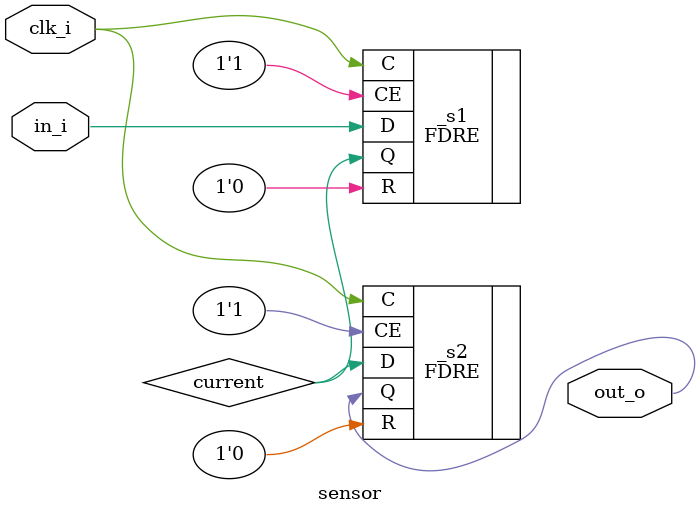
<source format=v>
`timescale 1ns / 1ps


// Page 5: Since the pushbuttons are asynchronous inputs you will want to synchronize them before connecting them to you state machine.

module sensor (
  input  wire clk_i,   // Page 6: System clock used for synchronization
  input  wire in_i,    // Raw pushbutton input (active-low): 0 = pressed/blocked, 1 = released/unblocked
  output wire out_o    // Synchronized, active-high output: 1 = unblocked, 0 = blocked
);

  wire current; // intermediate signal between first and second synchronizer stages

  // First stage of synchronizer
  // Samples the asynchronous button input on the rising edge of clk_i.
  // INIT=1'b1 ensures output defaults HIGH (matching unblocked sensor state).
  FDRE #(.INIT(1'b1)) _s1 (.C(clk_i), .CE(1'b1), .R(1'b0), .D(in_i), .Q(current));

  // Second stage of synchronizer
  // Captures signal to further reduce metastability risk.
  // Also initialized HIGH so that idle sensors read as unblocked after reset.
  FDRE #(.INIT(1'b1)) _s2 (.C(clk_i), .CE(1'b1), .R(1'b0), .D(current), .Q(out_o));

endmodule
</source>
